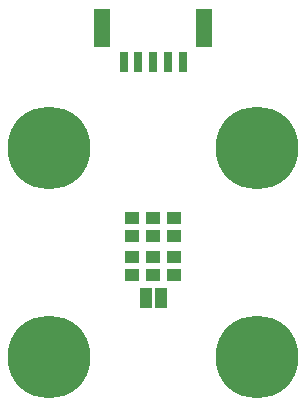
<source format=gts>
G04*
G04 #@! TF.GenerationSoftware,Altium Limited,Altium Designer,18.1.7 (191)*
G04*
G04 Layer_Color=8388736*
%FSLAX44Y44*%
%MOMM*%
G71*
G01*
G75*
%ADD21R,0.8032X1.7032*%
%ADD22R,1.4032X3.2032*%
%ADD23R,1.1832X1.1332*%
%ADD24R,1.0832X1.7632*%
%ADD25C,7.0000*%
D21*
X-0Y161690D02*
D03*
X12500D02*
D03*
X25000D02*
D03*
X-25000D02*
D03*
X-12500D02*
D03*
D22*
X43250Y189690D02*
D03*
X-43250D02*
D03*
D23*
X-17800Y-3730D02*
D03*
Y-19130D02*
D03*
X0Y-3730D02*
D03*
Y-19130D02*
D03*
X17780Y-3730D02*
D03*
Y-19130D02*
D03*
X17760Y13890D02*
D03*
Y29290D02*
D03*
X-20Y29210D02*
D03*
Y13810D02*
D03*
X-17800Y29290D02*
D03*
Y13890D02*
D03*
D24*
X-6350Y-38100D02*
D03*
X6650D02*
D03*
D25*
X-88400Y88400D02*
D03*
Y-88400D02*
D03*
X88400D02*
D03*
Y88400D02*
D03*
M02*

</source>
